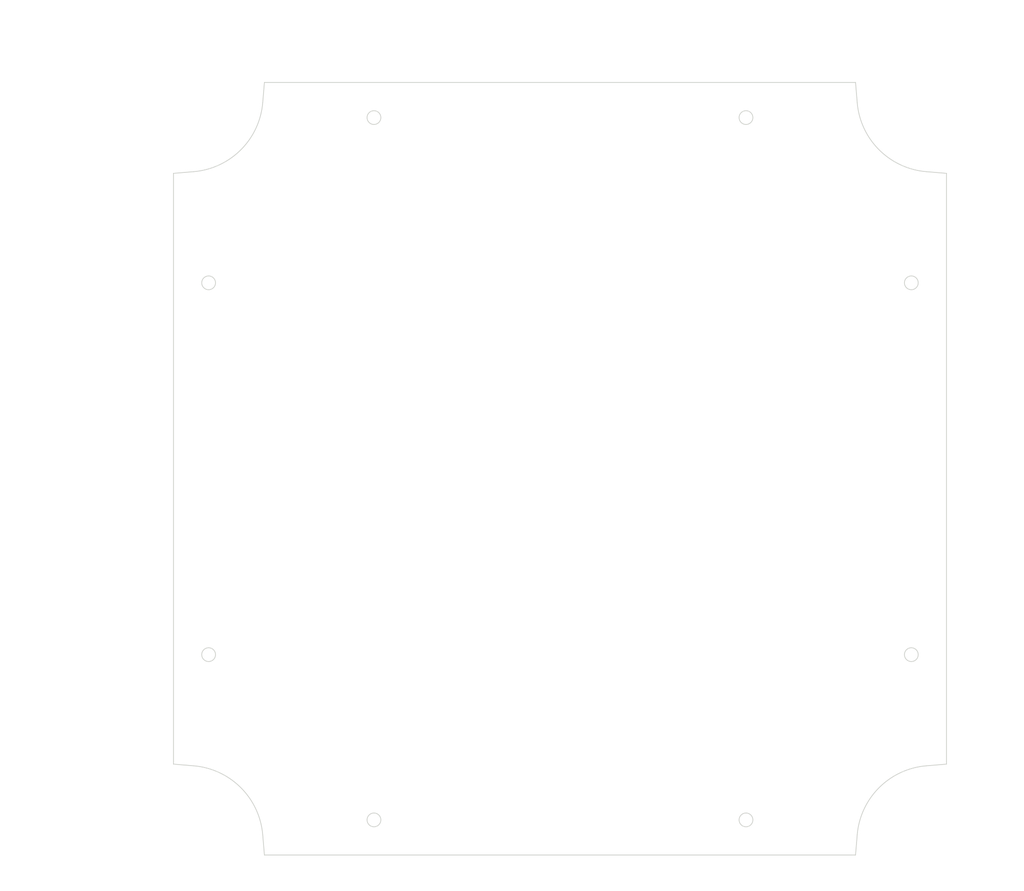
<source format=kicad_pcb>
(kicad_pcb (version 20171130) (host pcbnew "(5.1.0)-1")

  (general
    (thickness 1.6)
    (drawings 74)
    (tracks 0)
    (zones 0)
    (modules 0)
    (nets 1)
  )

  (page A3)
  (layers
    (0 F.Cu signal)
    (31 B.Cu signal)
    (32 B.Adhes user)
    (33 F.Adhes user)
    (34 B.Paste user)
    (35 F.Paste user)
    (36 B.SilkS user)
    (37 F.SilkS user)
    (38 B.Mask user)
    (39 F.Mask user)
    (40 Dwgs.User user)
    (41 Cmts.User user)
    (42 Eco1.User user)
    (43 Eco2.User user)
    (44 Edge.Cuts user)
    (45 Margin user)
    (46 B.CrtYd user)
    (47 F.CrtYd user)
    (48 B.Fab user)
    (49 F.Fab user)
  )

  (setup
    (last_trace_width 0.25)
    (trace_clearance 0.2)
    (zone_clearance 0.508)
    (zone_45_only no)
    (trace_min 0.2)
    (via_size 0.8)
    (via_drill 0.4)
    (via_min_size 0.4)
    (via_min_drill 0.3)
    (uvia_size 0.3)
    (uvia_drill 0.1)
    (uvias_allowed no)
    (uvia_min_size 0.2)
    (uvia_min_drill 0.1)
    (edge_width 0.05)
    (segment_width 0.2)
    (pcb_text_width 0.3)
    (pcb_text_size 1.5 1.5)
    (mod_edge_width 0.12)
    (mod_text_size 1 1)
    (mod_text_width 0.15)
    (pad_size 1.524 1.524)
    (pad_drill 0.762)
    (pad_to_mask_clearance 0.051)
    (solder_mask_min_width 0.25)
    (aux_axis_origin 0 0)
    (visible_elements FFFFFF7F)
    (pcbplotparams
      (layerselection 0x010fc_ffffffff)
      (usegerberextensions false)
      (usegerberattributes false)
      (usegerberadvancedattributes false)
      (creategerberjobfile false)
      (excludeedgelayer true)
      (linewidth 0.152400)
      (plotframeref false)
      (viasonmask false)
      (mode 1)
      (useauxorigin false)
      (hpglpennumber 1)
      (hpglpenspeed 20)
      (hpglpendiameter 15.000000)
      (psnegative false)
      (psa4output false)
      (plotreference true)
      (plotvalue true)
      (plotinvisibletext false)
      (padsonsilk false)
      (subtractmaskfromsilk false)
      (outputformat 1)
      (mirror false)
      (drillshape 1)
      (scaleselection 1)
      (outputdirectory ""))
  )

  (net 0 "")

  (net_class Default "This is the default net class."
    (clearance 0.2)
    (trace_width 0.25)
    (via_dia 0.8)
    (via_drill 0.4)
    (uvia_dia 0.3)
    (uvia_drill 0.1)
  )

  (gr_line (start 303.569337 217.298756) (end 303.569337 74.298756) (layer Edge.Cuts) (width 0.2))
  (gr_line (start 303.569337 74.298756) (end 298.670614 73.887399) (layer Edge.Cuts) (width 0.2))
  (gr_arc (start 300.200581 55.667512) (end 281.980694 57.197479) (angle -80.4) (layer Edge.Cuts) (width 0.2))
  (gr_line (start 281.980694 57.197479) (end 281.569337 52.298756) (layer Edge.Cuts) (width 0.2))
  (gr_line (start 281.569337 52.298756) (end 138.569337 52.298756) (layer Edge.Cuts) (width 0.2))
  (gr_line (start 138.569337 52.298756) (end 138.15798 57.197479) (layer Edge.Cuts) (width 0.2))
  (gr_arc (start 119.938093 55.667512) (end 121.46806 73.887399) (angle -80.4) (layer Edge.Cuts) (width 0.2))
  (gr_line (start 121.46806 73.887399) (end 116.569337 74.298756) (layer Edge.Cuts) (width 0.2))
  (gr_line (start 116.569337 74.298756) (end 116.569337 217.298756) (layer Edge.Cuts) (width 0.2))
  (gr_line (start 116.569337 217.298756) (end 121.46806 217.710113) (layer Edge.Cuts) (width 0.2))
  (gr_arc (start 119.938093 235.93) (end 138.15798 234.400033) (angle -80.4) (layer Edge.Cuts) (width 0.2))
  (gr_line (start 138.15798 234.400033) (end 138.569337 239.298756) (layer Edge.Cuts) (width 0.2))
  (gr_line (start 138.569337 239.298756) (end 281.569337 239.298756) (layer Edge.Cuts) (width 0.2))
  (gr_line (start 281.569337 239.298756) (end 281.980694 234.400033) (layer Edge.Cuts) (width 0.2))
  (gr_arc (start 300.200581 235.93) (end 298.670614 217.710113) (angle -80.4) (layer Edge.Cuts) (width 0.2))
  (gr_line (start 298.670614 217.710113) (end 303.569337 217.298756) (layer Edge.Cuts) (width 0.2))
  (gr_circle (center 255.069337 60.798756) (end 256.739337 60.798756) (layer Edge.Cuts) (width 0.2))
  (gr_circle (center 255.069337 230.798756) (end 256.739337 230.798756) (layer Edge.Cuts) (width 0.2))
  (gr_circle (center 165.069337 230.798756) (end 166.739337 230.798756) (layer Edge.Cuts) (width 0.2))
  (gr_circle (center 165.069337 60.798756) (end 166.739337 60.798756) (layer Edge.Cuts) (width 0.2))
  (gr_circle (center 125.069337 190.798756) (end 126.739337 190.798756) (layer Edge.Cuts) (width 0.2))
  (gr_circle (center 295.069337 190.798756) (end 296.739337 190.798756) (layer Edge.Cuts) (width 0.2))
  (gr_circle (center 125.069337 100.798756) (end 126.739337 100.798756) (layer Edge.Cuts) (width 0.2))
  (gr_circle (center 295.069337 100.798756) (end 296.739337 100.798756) (layer Edge.Cuts) (width 0.2))
  (gr_line (start 255.069337 230.888756) (end 255.069337 230.708756) (layer Dwgs.User) (width 0.2))
  (gr_line (start 254.979337 230.798756) (end 255.159337 230.798756) (layer Dwgs.User) (width 0.2))
  (gr_text " ∅3.34\n[∅0.13]" (at 269.390482 245.336756) (layer Dwgs.User)
    (effects (font (size 1.7 1.53) (thickness 0.2125)))
  )
  (gr_line (start 262.853613 245.336756) (end 256.801709 234.034152) (layer Dwgs.User) (width 0.2))
  (gr_line (start 264.853613 245.336756) (end 262.853613 245.336756) (layer Dwgs.User) (width 0.2))
  (gr_text 85.2° (at 290.886287 60.86613) (layer Dwgs.User)
    (effects (font (size 1.7 1.53) (thickness 0.2125)))
  )
  (gr_arc (start 281.569337 52.298756) (end 292.180828 59.198156) (angle -23.96830576) (layer Dwgs.User) (width 0.2))
  (gr_arc (start 281.569337 52.298756) (end 284.602 64.587304) (angle -22.17225038) (layer Dwgs.User) (width 0.2))
  (gr_line (start 283.569337 52.298756) (end 297.401566 52.298756) (layer Dwgs.User) (width 0.2))
  (gr_line (start 282.064372 58.193971) (end 282.894144 68.075459) (layer Dwgs.User) (width 0.2))
  (gr_text [6.69] (at 88.435842 119.484537) (layer Dwgs.User)
    (effects (font (size 1.7 1.53) (thickness 0.2125)))
  )
  (gr_text " 170.00" (at 88.435842 115.927102) (layer Dwgs.User)
    (effects (font (size 1.7 1.53) (thickness 0.2125)))
  )
  (gr_line (start 88.435842 228.798756) (end 88.435842 121.152511) (layer Dwgs.User) (width 0.2))
  (gr_line (start 88.435842 62.798756) (end 88.435842 114.03764) (layer Dwgs.User) (width 0.2))
  (gr_line (start 164.069337 230.798756) (end 85.260842 230.798756) (layer Dwgs.User) (width 0.2))
  (gr_line (start 164.069337 60.798756) (end 85.260842 60.798756) (layer Dwgs.User) (width 0.2))
  (gr_text [3.54] (at 195.608629 49.851296) (layer Dwgs.User)
    (effects (font (size 1.7 1.53) (thickness 0.2125)))
  )
  (gr_text " 90.00" (at 195.608629 46.293861) (layer Dwgs.User)
    (effects (font (size 1.7 1.53) (thickness 0.2125)))
  )
  (gr_line (start 253.069337 47.961835) (end 199.653241 47.961835) (layer Dwgs.User) (width 0.2))
  (gr_line (start 167.069337 47.961835) (end 191.564018 47.961835) (layer Dwgs.User) (width 0.2))
  (gr_line (start 255.069337 59.798756) (end 255.069337 44.786835) (layer Dwgs.User) (width 0.2))
  (gr_line (start 165.069337 59.798756) (end 165.069337 44.786835) (layer Dwgs.User) (width 0.2))
  (gr_text [5.63] (at 98.065823 101.807838) (layer Dwgs.User)
    (effects (font (size 1.7 1.53) (thickness 0.2125)))
  )
  (gr_text " 143.00" (at 98.065823 98.249822) (layer Dwgs.User)
    (effects (font (size 1.7 1.53) (thickness 0.2125)))
  )
  (gr_line (start 98.065823 215.298756) (end 98.065823 103.476391) (layer Dwgs.User) (width 0.2))
  (gr_line (start 98.065823 76.298756) (end 98.065823 96.360361) (layer Dwgs.User) (width 0.2))
  (gr_line (start 115.569337 217.298756) (end 94.890823 217.298756) (layer Dwgs.User) (width 0.2))
  (gr_line (start 115.569337 74.298756) (end 94.890823 74.298756) (layer Dwgs.User) (width 0.2))
  (gr_text [5.63] (at 186.951207 44.188217) (layer Dwgs.User)
    (effects (font (size 1.7 1.53) (thickness 0.2125)))
  )
  (gr_text " 143.00" (at 186.951207 40.630202) (layer Dwgs.User)
    (effects (font (size 1.7 1.53) (thickness 0.2125)))
  )
  (gr_line (start 279.569337 42.298756) (end 191.656221 42.298756) (layer Dwgs.User) (width 0.2))
  (gr_line (start 140.569337 42.298756) (end 182.246193 42.298756) (layer Dwgs.User) (width 0.2))
  (gr_line (start 281.569337 51.298756) (end 281.569337 39.123756) (layer Dwgs.User) (width 0.2))
  (gr_line (start 138.569337 51.298756) (end 138.569337 39.123756) (layer Dwgs.User) (width 0.2))
  (gr_text [R0.72] (at 317.547659 239.323838) (layer Dwgs.User)
    (effects (font (size 1.7 1.53) (thickness 0.2125)))
  )
  (gr_text " R18.28" (at 317.547659 235.766403) (layer Dwgs.User)
    (effects (font (size 1.7 1.53) (thickness 0.2125)))
  )
  (gr_line (start 304.213977 237.434377) (end 284.952578 230.214456) (layer Dwgs.User) (width 0.2))
  (gr_line (start 312.640872 237.434377) (end 304.213977 237.434377) (layer Dwgs.User) (width 0.2))
  (gr_text [7.36] (at 79.356145 101.892067) (layer Dwgs.User)
    (effects (font (size 1.7 1.53) (thickness 0.2125)))
  )
  (gr_text " 187.00" (at 79.356145 98.334632) (layer Dwgs.User)
    (effects (font (size 1.7 1.53) (thickness 0.2125)))
  )
  (gr_line (start 79.356145 237.298756) (end 79.356145 103.560041) (layer Dwgs.User) (width 0.2))
  (gr_line (start 79.356145 54.298756) (end 79.356145 96.445171) (layer Dwgs.User) (width 0.2))
  (gr_line (start 137.569337 239.298756) (end 76.181145 239.298756) (layer Dwgs.User) (width 0.2))
  (gr_line (start 137.569337 52.298756) (end 76.181145 52.298756) (layer Dwgs.User) (width 0.2))
  (gr_text [7.36] (at 209.530466 37.501923) (layer Dwgs.User)
    (effects (font (size 1.7 1.53) (thickness 0.2125)))
  )
  (gr_text " 187.00" (at 209.530466 33.944487) (layer Dwgs.User)
    (effects (font (size 1.7 1.53) (thickness 0.2125)))
  )
  (gr_line (start 301.569337 35.612462) (end 214.23548 35.612462) (layer Dwgs.User) (width 0.2))
  (gr_line (start 118.569337 35.612462) (end 204.825453 35.612462) (layer Dwgs.User) (width 0.2))
  (gr_line (start 303.569337 73.298756) (end 303.569337 32.437462) (layer Dwgs.User) (width 0.2))
  (gr_line (start 116.569337 73.298756) (end 116.569337 32.437462) (layer Dwgs.User) (width 0.2))

)

</source>
